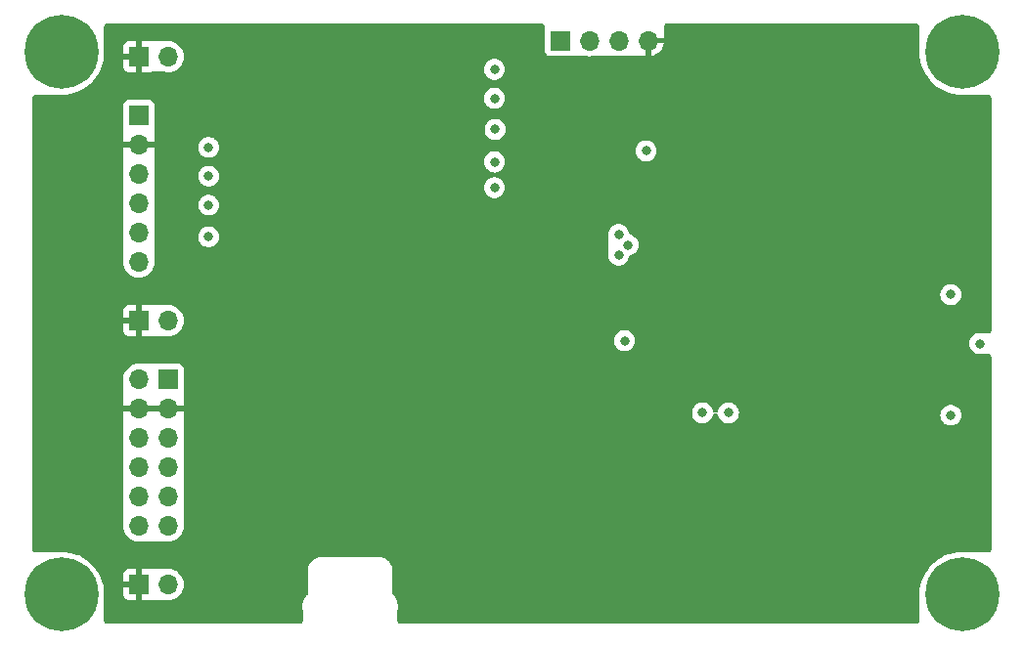
<source format=gbr>
%TF.GenerationSoftware,KiCad,Pcbnew,7.0.10*%
%TF.CreationDate,2024-02-02T00:24:17+07:00*%
%TF.ProjectId,PICO_ADC_Test,5049434f-5f41-4444-935f-546573742e6b,R0.1*%
%TF.SameCoordinates,PX72ade90PY75c75e0*%
%TF.FileFunction,Copper,L2,Inr*%
%TF.FilePolarity,Positive*%
%FSLAX46Y46*%
G04 Gerber Fmt 4.6, Leading zero omitted, Abs format (unit mm)*
G04 Created by KiCad (PCBNEW 7.0.10) date 2024-02-02 00:24:17*
%MOMM*%
%LPD*%
G01*
G04 APERTURE LIST*
%TA.AperFunction,ComponentPad*%
%ADD10R,1.700000X1.700000*%
%TD*%
%TA.AperFunction,ComponentPad*%
%ADD11O,1.700000X1.700000*%
%TD*%
%TA.AperFunction,ComponentPad*%
%ADD12C,0.800000*%
%TD*%
%TA.AperFunction,ComponentPad*%
%ADD13C,6.400000*%
%TD*%
%TA.AperFunction,ViaPad*%
%ADD14C,0.800000*%
%TD*%
G04 APERTURE END LIST*
D10*
%TO.N,+5V*%
%TO.C,J4*%
X46700000Y51500000D03*
D11*
%TO.N,SWCLK*%
X49240000Y51500000D03*
%TO.N,SWDIO*%
X51780000Y51500000D03*
%TO.N,GND*%
X54320000Y51500000D03*
%TD*%
D10*
%TO.N,GND*%
%TO.C,J2*%
X10210000Y27250000D03*
D11*
%TO.N,+5V*%
X12750000Y27250000D03*
%TD*%
D12*
%TO.N,N/C*%
%TO.C,REF\u002A\u002A*%
X79100000Y3500000D03*
X79802944Y5197056D03*
X79802944Y1802944D03*
X81500000Y5900000D03*
D13*
X81500000Y3500000D03*
D12*
X81500000Y1100000D03*
X83197056Y5197056D03*
X83197056Y1802944D03*
X83900000Y3500000D03*
%TD*%
D10*
%TO.N,+3.3V*%
%TO.C,J3*%
X10210000Y45030000D03*
D11*
%TO.N,GND*%
X10210000Y42490000D03*
%TO.N,GPIO17*%
X10210000Y39950000D03*
%TO.N,GPIO16*%
X10210000Y37410000D03*
%TO.N,GPIO12*%
X10210000Y34870000D03*
%TO.N,GPIO11*%
X10210000Y32330000D03*
%TD*%
D12*
%TO.N,N/C*%
%TO.C,REF\u002A\u002A*%
X1100000Y3500000D03*
X1802944Y5197056D03*
X1802944Y1802944D03*
X3500000Y5900000D03*
D13*
X3500000Y3500000D03*
D12*
X3500000Y1100000D03*
X5197056Y5197056D03*
X5197056Y1802944D03*
X5900000Y3500000D03*
%TD*%
%TO.N,N/C*%
%TO.C,REF\u002A\u002A*%
X1100000Y50500000D03*
X1802944Y52197056D03*
X1802944Y48802944D03*
X3500000Y52900000D03*
D13*
X3500000Y50500000D03*
D12*
X3500000Y48100000D03*
X5197056Y52197056D03*
X5197056Y48802944D03*
X5900000Y50500000D03*
%TD*%
D10*
%TO.N,GND*%
%TO.C,J5*%
X10210000Y50120000D03*
D11*
%TO.N,+5V*%
X12750000Y50120000D03*
%TD*%
D10*
%TO.N,GND*%
%TO.C,J7*%
X10210000Y4390000D03*
D11*
%TO.N,+5V*%
X12750000Y4390000D03*
%TD*%
D12*
%TO.N,N/C*%
%TO.C,REF\u002A\u002A*%
X79100000Y50500000D03*
X79802944Y52197056D03*
X79802944Y48802944D03*
X81500000Y52900000D03*
D13*
X81500000Y50500000D03*
D12*
X81500000Y48100000D03*
X83197056Y52197056D03*
X83197056Y48802944D03*
X83900000Y50500000D03*
%TD*%
D10*
%TO.N,+3.3V*%
%TO.C,J6*%
X12750000Y22170000D03*
D11*
X10210000Y22170000D03*
%TO.N,GND*%
X12750000Y19630000D03*
X10210000Y19630000D03*
%TO.N,GPIO21*%
X12750000Y17090000D03*
%TO.N,GPIO28*%
X10210000Y17090000D03*
%TO.N,GPIO20*%
X12750000Y14550000D03*
%TO.N,GPIO27*%
X10210000Y14550000D03*
%TO.N,GPIO19*%
X12750000Y12010000D03*
%TO.N,GPIO26*%
X10210000Y12010000D03*
%TO.N,GPIO18*%
X12750000Y9470000D03*
%TO.N,GPIO22*%
X10210000Y9470000D03*
%TD*%
D14*
%TO.N,GND*%
X59500000Y13000000D03*
X1500000Y10690000D03*
X83500000Y38630000D03*
X63500000Y42250000D03*
X56500000Y32500000D03*
X57250000Y16000000D03*
X83500000Y28470000D03*
X83500000Y41170000D03*
X21750000Y50000000D03*
X74500000Y26750000D03*
X52750000Y27500000D03*
X70040000Y1500000D03*
X59250000Y16000000D03*
X26000000Y28500000D03*
X1500000Y38630000D03*
X66000000Y7000000D03*
X30750000Y10500000D03*
X60250000Y52500000D03*
X63750000Y44250000D03*
X77750000Y48250000D03*
X49500000Y17250000D03*
X72580000Y1500000D03*
X30750000Y33500000D03*
X61250000Y17750000D03*
X45250000Y32250000D03*
X42750000Y34750000D03*
X74250000Y37500000D03*
X64000000Y52500000D03*
X55750000Y3000000D03*
X66750000Y29750000D03*
X83500000Y31010000D03*
X1500000Y33550000D03*
X1500000Y23390000D03*
X64000000Y50750000D03*
X83500000Y43710000D03*
X21750000Y1500000D03*
X74250000Y40500000D03*
X51250000Y9500000D03*
X71500000Y45750000D03*
X35250000Y46250000D03*
X83500000Y17500000D03*
X49500000Y1500000D03*
X73000000Y16750000D03*
X26250000Y20750000D03*
X52750000Y5750000D03*
X58150000Y6000000D03*
X69500000Y11750000D03*
X21750000Y20750000D03*
X35000000Y1500000D03*
X43000000Y37250000D03*
X66000000Y9250000D03*
X1500000Y46250000D03*
X83500000Y33550000D03*
X30750000Y46250000D03*
X51250000Y15512500D03*
X78250000Y18750000D03*
X77250000Y1500000D03*
X78000000Y7750000D03*
X76750000Y46500000D03*
X56750000Y52500000D03*
X30750000Y37500000D03*
X1500000Y31010000D03*
X63750000Y29750000D03*
X57250000Y7912500D03*
X54500000Y48500000D03*
X1500000Y13230000D03*
X58150000Y3750000D03*
X61500000Y11250000D03*
X81000000Y25250000D03*
X51000000Y3000000D03*
X1500000Y25930000D03*
X26000000Y23750000D03*
X50500000Y45250000D03*
X21750000Y38670000D03*
X1500000Y8150000D03*
X50250000Y5750000D03*
X71250000Y29750000D03*
X1500000Y20850000D03*
X75750000Y18750000D03*
X21750000Y47000000D03*
X68250000Y29750000D03*
X75120000Y1500000D03*
X56500000Y34000000D03*
X21750000Y33590000D03*
X66000000Y2500000D03*
X55300000Y17700000D03*
X21750000Y23750000D03*
X83500000Y36090000D03*
X61500000Y13000000D03*
X63750000Y46250000D03*
X57250000Y13000000D03*
X66250000Y42250000D03*
X77000000Y33500000D03*
X26250000Y10500000D03*
X48750000Y25250000D03*
X52750000Y30000000D03*
X30750000Y40750000D03*
X55500000Y5750000D03*
X83500000Y46250000D03*
X30750000Y28500000D03*
X35000000Y5510000D03*
X26000000Y40500000D03*
X76500000Y25000000D03*
X44950000Y37250000D03*
X51250000Y12512500D03*
X83500000Y14960000D03*
X1500000Y15770000D03*
X52750000Y1500000D03*
X64000000Y48750000D03*
X1500000Y36090000D03*
X50500000Y25250000D03*
X79500000Y27250000D03*
X65500000Y11750000D03*
X35000000Y15670000D03*
X73000000Y18750000D03*
X21750000Y5510000D03*
X69750000Y29750000D03*
X71500000Y42000000D03*
X60250000Y43250000D03*
X47000000Y29850000D03*
X47000000Y18250000D03*
X35000000Y10590000D03*
X21750000Y10590000D03*
X54750000Y45250000D03*
X83500000Y7750000D03*
X83500000Y12420000D03*
X52750000Y8250000D03*
X80250000Y46500000D03*
X56500000Y42500000D03*
X30750000Y15750000D03*
X21750000Y43750000D03*
X83500000Y9880000D03*
X21750000Y15670000D03*
X59750000Y1500000D03*
X55750000Y1500000D03*
X80750000Y7750000D03*
X77250000Y52500000D03*
X35000000Y20750000D03*
X30750000Y20750000D03*
X71750000Y26750000D03*
X47000000Y25250000D03*
X56500000Y38500000D03*
X1500000Y28470000D03*
X72000000Y13750000D03*
X66000000Y4750000D03*
X63000000Y17750000D03*
X1500000Y18310000D03*
X52750000Y9500000D03*
X57250000Y17750000D03*
X77000000Y35500000D03*
X73250000Y46500000D03*
X21750000Y28510000D03*
X1500000Y41170000D03*
X61250000Y16000000D03*
X67500000Y1500000D03*
X59250000Y17750000D03*
X1500000Y43710000D03*
X26250000Y15750000D03*
X51250000Y8250000D03*
X65250000Y29750000D03*
X61500000Y28500000D03*
X28500000Y48550000D03*
X56500000Y35500000D03*
X35000000Y23750000D03*
X26000000Y33500000D03*
X43750000Y39400000D03*
%TO.N,+3.3V*%
X54112500Y41937500D03*
X52250000Y25500000D03*
%TO.N,5VVGA*%
X59000000Y19250000D03*
X61250000Y19250000D03*
X80500000Y19050000D03*
%TO.N,+5V*%
X83000000Y25250000D03*
X80500000Y29500000D03*
%TO.N,GPIO21*%
X16250000Y34500000D03*
%TO.N,GPIO18*%
X16250000Y42250000D03*
%TO.N,GPIO19*%
X16250000Y39750000D03*
%TO.N,GPIO11*%
X41000000Y38750000D03*
%TO.N,GPIO12*%
X41000000Y41000000D03*
%TO.N,GPIO20*%
X16250000Y37250000D03*
%TO.N,CS*%
X41050000Y43800000D03*
X51750000Y34700000D03*
%TO.N,SCLK*%
X52550000Y33800000D03*
X41000000Y46500000D03*
%TO.N,MOSI*%
X51750000Y32900000D03*
X40995000Y49000000D03*
%TD*%
%TA.AperFunction,Conductor*%
%TO.N,GND*%
G36*
X12290507Y19839844D02*
G01*
X12250000Y19701889D01*
X12250000Y19558111D01*
X12290507Y19420156D01*
X12316314Y19380000D01*
X10643686Y19380000D01*
X10669493Y19420156D01*
X10710000Y19558111D01*
X10710000Y19701889D01*
X10669493Y19839844D01*
X10643686Y19880000D01*
X12316314Y19880000D01*
X12290507Y19839844D01*
G37*
%TD.AperFunction*%
%TA.AperFunction,Conductor*%
G36*
X45196288Y52981046D02*
G01*
X45277070Y52927070D01*
X45331046Y52846288D01*
X45350000Y52751000D01*
X45350000Y52413867D01*
X45349643Y52400536D01*
X45349500Y52397869D01*
X45349500Y50602135D01*
X45349500Y50602132D01*
X45349501Y50602128D01*
X45351486Y50583667D01*
X45355908Y50542520D01*
X45355909Y50542516D01*
X45385981Y50461890D01*
X45406204Y50407669D01*
X45492454Y50292454D01*
X45607669Y50206204D01*
X45742517Y50155909D01*
X45802127Y50149500D01*
X47597872Y50149501D01*
X47597879Y50149502D01*
X47600513Y50149643D01*
X47613846Y50150000D01*
X49101098Y50150000D01*
X49163279Y50137632D01*
X49229151Y50143394D01*
X49229207Y50143397D01*
X49239998Y50144342D01*
X49240000Y50144341D01*
X49293847Y50149053D01*
X49315548Y50150000D01*
X51704452Y50150000D01*
X51726152Y50149053D01*
X51745999Y50147316D01*
X51779997Y50144341D01*
X51780000Y50144341D01*
X51780003Y50144341D01*
X51814000Y50147316D01*
X51833847Y50149053D01*
X51855548Y50150000D01*
X54055165Y50150000D01*
X54070000Y50165287D01*
X54070000Y51064499D01*
X54177685Y51015320D01*
X54284237Y51000000D01*
X54355763Y51000000D01*
X54462315Y51015320D01*
X54570000Y51064499D01*
X54570000Y50169365D01*
X54783488Y50226569D01*
X54997576Y50326400D01*
X55191076Y50461890D01*
X55358110Y50628924D01*
X55493600Y50822424D01*
X55593433Y51036515D01*
X55593433Y51036517D01*
X55650636Y51249999D01*
X55650636Y51250000D01*
X54753686Y51250000D01*
X54779493Y51290156D01*
X54820000Y51428111D01*
X54820000Y51571889D01*
X54779493Y51709844D01*
X54753686Y51750000D01*
X55650636Y51750000D01*
X55654045Y51754444D01*
X55650000Y51785164D01*
X55650000Y52751000D01*
X55668954Y52846288D01*
X55722930Y52927070D01*
X55803712Y52981046D01*
X55899000Y53000000D01*
X77551000Y53000000D01*
X77646288Y52981046D01*
X77727070Y52927070D01*
X77781046Y52846288D01*
X77800000Y52751000D01*
X77800000Y50612959D01*
X77799659Y50599928D01*
X77794422Y50500000D01*
X77814722Y50112662D01*
X77814722Y50112657D01*
X77814723Y50112655D01*
X77854558Y49861142D01*
X77875398Y49729567D01*
X77975786Y49354914D01*
X78114786Y48992805D01*
X78290872Y48647216D01*
X78290875Y48647211D01*
X78502124Y48321915D01*
X78682233Y48099500D01*
X78746219Y48020484D01*
X79020484Y47746219D01*
X79020489Y47746215D01*
X79020490Y47746214D01*
X79321914Y47502125D01*
X79321916Y47502124D01*
X79647211Y47290875D01*
X79992806Y47114786D01*
X80354913Y46975786D01*
X80729567Y46875398D01*
X81112662Y46814722D01*
X81500000Y46794422D01*
X81599926Y46799659D01*
X81612957Y46800000D01*
X83751000Y46800000D01*
X83846288Y46781046D01*
X83927070Y46727070D01*
X83981046Y46646288D01*
X84000000Y46551000D01*
X84000000Y26399000D01*
X83981046Y26303712D01*
X83927070Y26222930D01*
X83846288Y26168954D01*
X83751000Y26150000D01*
X83112453Y26150000D01*
X83102917Y26150500D01*
X83094646Y26150500D01*
X82905354Y26150500D01*
X82720203Y26111146D01*
X82720189Y26111142D01*
X82547271Y26034153D01*
X82394126Y25922886D01*
X82267469Y25782220D01*
X82172822Y25618286D01*
X82114325Y25438256D01*
X82094540Y25250000D01*
X82114325Y25061745D01*
X82143573Y24971730D01*
X82172821Y24881716D01*
X82172822Y24881715D01*
X82267469Y24717781D01*
X82394126Y24577115D01*
X82394129Y24577112D01*
X82508984Y24493665D01*
X82547271Y24465848D01*
X82720189Y24388859D01*
X82720192Y24388858D01*
X82720197Y24388856D01*
X82905354Y24349500D01*
X83102917Y24349500D01*
X83112453Y24350000D01*
X83751000Y24350000D01*
X83846288Y24331046D01*
X83927070Y24277070D01*
X83981046Y24196288D01*
X84000000Y24101000D01*
X84000000Y7449000D01*
X83981046Y7353712D01*
X83927070Y7272930D01*
X83846288Y7218954D01*
X83751000Y7200000D01*
X81612957Y7200000D01*
X81599926Y7200341D01*
X81500000Y7205578D01*
X81112662Y7185278D01*
X81112656Y7185278D01*
X81112654Y7185277D01*
X80729571Y7124603D01*
X80354913Y7024214D01*
X79992804Y6885214D01*
X79647215Y6709128D01*
X79647210Y6709125D01*
X79321914Y6497876D01*
X79020490Y6253787D01*
X78746213Y5979510D01*
X78502124Y5678086D01*
X78290875Y5352790D01*
X78290872Y5352785D01*
X78114786Y5007196D01*
X77980601Y4657630D01*
X77975786Y4645087D01*
X77876548Y4274723D01*
X77875397Y4270429D01*
X77814723Y3887346D01*
X77814722Y3887338D01*
X77798736Y3582313D01*
X77794422Y3500000D01*
X77799659Y3400074D01*
X77800000Y3387043D01*
X77800000Y1249000D01*
X77781046Y1153712D01*
X77727070Y1072930D01*
X77646288Y1018954D01*
X77551000Y1000000D01*
X32849000Y1000000D01*
X32753712Y1018954D01*
X32672930Y1072930D01*
X32618954Y1153712D01*
X32600000Y1249000D01*
X32600000Y2193690D01*
X32607621Y2254821D01*
X32611132Y2268688D01*
X32611134Y2268695D01*
X32617675Y2347645D01*
X32618834Y2358638D01*
X32629298Y2440346D01*
X32628624Y2456209D01*
X32629251Y2487346D01*
X32630300Y2500000D01*
X32623455Y2582599D01*
X32622831Y2592574D01*
X32620760Y2641328D01*
X32619180Y2678532D01*
X32616616Y2690429D01*
X32611878Y2722320D01*
X32611134Y2731305D01*
X32589868Y2815277D01*
X32587862Y2823842D01*
X32568954Y2911581D01*
X32565799Y2919433D01*
X32555459Y2951159D01*
X32554158Y2956295D01*
X32554157Y2956300D01*
X32524427Y3024078D01*
X32517903Y3038952D01*
X32514887Y3046131D01*
X32480065Y3132787D01*
X32480064Y3132790D01*
X32477565Y3136848D01*
X32461570Y3167376D01*
X32460924Y3168849D01*
X32409550Y3247484D01*
X32405976Y3253119D01*
X32355073Y3335790D01*
X32355072Y3335792D01*
X32354369Y3336590D01*
X32340331Y3355049D01*
X32340304Y3355027D01*
X32333982Y3363150D01*
X32311987Y3387043D01*
X32267830Y3435010D01*
X32264149Y3439101D01*
X32212082Y3498261D01*
X32163356Y3582313D01*
X32150000Y3662768D01*
X32150000Y5237418D01*
X32158485Y5301866D01*
X32161207Y5312023D01*
X32161768Y5318437D01*
X32167064Y5352143D01*
X32167748Y5355144D01*
X32169191Y5361463D01*
X32172813Y5442132D01*
X32173510Y5452660D01*
X32180277Y5530000D01*
X32179388Y5540153D01*
X32178692Y5573020D01*
X32179290Y5586330D01*
X32168950Y5662654D01*
X32167647Y5674354D01*
X32166860Y5683354D01*
X32161207Y5747977D01*
X32157599Y5761439D01*
X32151366Y5792470D01*
X32149075Y5809387D01*
X32126429Y5879080D01*
X32122733Y5891560D01*
X32104576Y5959326D01*
X32104575Y5959330D01*
X32097090Y5975381D01*
X32085953Y6003654D01*
X32079517Y6023464D01*
X32046566Y6084697D01*
X32040170Y6097447D01*
X32012103Y6157636D01*
X32012099Y6157642D01*
X31999802Y6175204D01*
X31984498Y6200038D01*
X31972855Y6221675D01*
X31972852Y6221681D01*
X31931837Y6273112D01*
X31922544Y6285540D01*
X31886597Y6336879D01*
X31868768Y6354708D01*
X31850164Y6375526D01*
X31832508Y6397666D01*
X31822572Y6406347D01*
X31785786Y6438486D01*
X31773558Y6449918D01*
X31731876Y6491599D01*
X31731877Y6491599D01*
X31708162Y6508203D01*
X31687154Y6524658D01*
X31662996Y6545765D01*
X31662994Y6545767D01*
X31612952Y6575665D01*
X31597850Y6585445D01*
X31552639Y6617102D01*
X31552637Y6617103D01*
X31552635Y6617105D01*
X31522997Y6630925D01*
X31500523Y6642838D01*
X31469763Y6661216D01*
X31418690Y6680384D01*
X31400953Y6687835D01*
X31354332Y6709575D01*
X31319110Y6719013D01*
X31296073Y6726403D01*
X31259028Y6740306D01*
X31259019Y6740308D01*
X31209020Y6749383D01*
X31189054Y6753862D01*
X31142977Y6766207D01*
X31142976Y6766208D01*
X31142969Y6766209D01*
X31102928Y6769712D01*
X31080179Y6772764D01*
X31072984Y6774070D01*
X31037547Y6780500D01*
X31037544Y6780500D01*
X30990479Y6780500D01*
X30968780Y6781447D01*
X30941937Y6783796D01*
X30925000Y6785277D01*
X30924999Y6785277D01*
X30877284Y6781103D01*
X30870692Y6780667D01*
X30814936Y6775650D01*
X30814326Y6775596D01*
X30703864Y6765931D01*
X30700815Y6765378D01*
X30690544Y6762544D01*
X30677603Y6758972D01*
X30611365Y6750000D01*
X26386244Y6750000D01*
X26321801Y6758484D01*
X26296071Y6765378D01*
X26292977Y6766207D01*
X26292976Y6766208D01*
X26292973Y6766208D01*
X26252928Y6769712D01*
X26230179Y6772764D01*
X26222984Y6774070D01*
X26187547Y6780500D01*
X26187544Y6780500D01*
X26140479Y6780500D01*
X26118780Y6781447D01*
X26091937Y6783796D01*
X26075000Y6785277D01*
X26074999Y6785277D01*
X26027284Y6781103D01*
X26020692Y6780667D01*
X25964936Y6775650D01*
X25964326Y6775596D01*
X25853864Y6765931D01*
X25850815Y6765378D01*
X25747774Y6736941D01*
X25745980Y6736454D01*
X25645622Y6709564D01*
X25639250Y6707528D01*
X25633832Y6705495D01*
X25540888Y6660737D01*
X25538093Y6659413D01*
X25447355Y6617100D01*
X25440704Y6613260D01*
X25435593Y6610559D01*
X25431032Y6607833D01*
X25350606Y6549401D01*
X25347072Y6546880D01*
X25268123Y6491600D01*
X25259803Y6484617D01*
X25259432Y6485059D01*
X25257145Y6483105D01*
X25257343Y6482879D01*
X25248920Y6475520D01*
X25182782Y6406347D01*
X25178881Y6402358D01*
X25113402Y6336878D01*
X25106416Y6328552D01*
X25106229Y6328709D01*
X25099189Y6320126D01*
X25093369Y6312828D01*
X25071160Y6279182D01*
X25042707Y6236080D01*
X25038888Y6230463D01*
X24987900Y6157644D01*
X24985052Y6152710D01*
X24970504Y6126694D01*
X24969364Y6124968D01*
X24934687Y6043839D01*
X24931398Y6036477D01*
X24895423Y5959328D01*
X24895423Y5959326D01*
X24894725Y5956721D01*
X24883189Y5923354D01*
X24880897Y5917992D01*
X24862094Y5835615D01*
X24859855Y5826587D01*
X24838794Y5747981D01*
X24838791Y5747968D01*
X24838230Y5741550D01*
X24832940Y5707874D01*
X24830809Y5698536D01*
X24830807Y5698525D01*
X24827186Y5617885D01*
X24826490Y5607359D01*
X24819723Y5530000D01*
X24819723Y5529997D01*
X24820611Y5519838D01*
X24821307Y5487001D01*
X24820709Y5473681D01*
X24820710Y5473670D01*
X24831048Y5397344D01*
X24832353Y5385626D01*
X24838791Y5312030D01*
X24838793Y5312023D01*
X24841517Y5301855D01*
X24850000Y5237417D01*
X24850000Y3660169D01*
X24831046Y3564881D01*
X24784179Y3491508D01*
X24779567Y3486499D01*
X24768683Y3475395D01*
X24719883Y3428623D01*
X24701643Y3403962D01*
X24684653Y3383394D01*
X24666021Y3363154D01*
X24666017Y3363149D01*
X24628770Y3306138D01*
X24620515Y3294271D01*
X24578125Y3236954D01*
X24578115Y3236938D01*
X24565974Y3212859D01*
X24552102Y3188789D01*
X24539076Y3168850D01*
X24539075Y3168848D01*
X24510226Y3103082D01*
X24504541Y3091012D01*
X24470793Y3024078D01*
X24463976Y3001817D01*
X24453924Y2974724D01*
X24445843Y2956301D01*
X24427302Y2883091D01*
X24424010Y2871315D01*
X24400983Y2796123D01*
X24400983Y2796122D01*
X24398497Y2776710D01*
X24392898Y2747231D01*
X24388865Y2731307D01*
X24388865Y2731304D01*
X24382326Y2652391D01*
X24381160Y2641328D01*
X24370702Y2559662D01*
X24370702Y2559658D01*
X24371375Y2543781D01*
X24370750Y2512681D01*
X24369700Y2500001D01*
X24376541Y2417428D01*
X24377167Y2407440D01*
X24380819Y2321470D01*
X24383385Y2309565D01*
X24388120Y2277690D01*
X24388865Y2268695D01*
X24392380Y2254818D01*
X24400000Y2193689D01*
X24400000Y1249000D01*
X24381046Y1153712D01*
X24327070Y1072930D01*
X24246288Y1018954D01*
X24151000Y1000000D01*
X7449000Y1000000D01*
X7353712Y1018954D01*
X7272930Y1072930D01*
X7218954Y1153712D01*
X7200000Y1249000D01*
X7200000Y3387043D01*
X7200341Y3400074D01*
X7201837Y3428623D01*
X7205168Y3492168D01*
X8860000Y3492168D01*
X8866401Y3432629D01*
X8866403Y3432622D01*
X8916646Y3297913D01*
X9002810Y3182813D01*
X9002812Y3182811D01*
X9117912Y3096647D01*
X9252621Y3046404D01*
X9252628Y3046402D01*
X9312167Y3040001D01*
X9312175Y3040000D01*
X9959999Y3040000D01*
X9960000Y3040001D01*
X9960000Y3954499D01*
X10067685Y3905320D01*
X10174237Y3890000D01*
X10245763Y3890000D01*
X10352315Y3905320D01*
X10460000Y3954499D01*
X10460000Y3040001D01*
X10460001Y3040000D01*
X11107825Y3040000D01*
X11107832Y3040001D01*
X11182862Y3048067D01*
X11183012Y3046667D01*
X11211621Y3050000D01*
X12560154Y3050000D01*
X12581855Y3049053D01*
X12593115Y3048067D01*
X12749996Y3034341D01*
X12750000Y3034341D01*
X12750005Y3034341D01*
X12985401Y3054936D01*
X12985403Y3054937D01*
X12985408Y3054937D01*
X13213663Y3116097D01*
X13427830Y3215965D01*
X13621401Y3351505D01*
X13788495Y3518599D01*
X13924035Y3712170D01*
X14023903Y3926337D01*
X14085063Y4154592D01*
X14092911Y4244288D01*
X14105659Y4389995D01*
X14105659Y4390006D01*
X14085064Y4625402D01*
X14085063Y4625405D01*
X14085063Y4625408D01*
X14023903Y4853663D01*
X13973126Y4962554D01*
X13924038Y5067823D01*
X13924034Y5067831D01*
X13844839Y5180933D01*
X13788495Y5261401D01*
X13621401Y5428495D01*
X13556884Y5473670D01*
X13427830Y5564035D01*
X13213663Y5663903D01*
X13213660Y5663904D01*
X13141070Y5683354D01*
X12985408Y5725063D01*
X12985404Y5725064D01*
X12985402Y5725064D01*
X12967642Y5726618D01*
X12887426Y5750000D01*
X12750000Y5750000D01*
X11100000Y5750000D01*
X11070265Y5750000D01*
X11062952Y5746662D01*
X11005741Y5740000D01*
X10460001Y5740000D01*
X10460000Y5739999D01*
X10460000Y4825502D01*
X10352315Y4874680D01*
X10245763Y4890000D01*
X10174237Y4890000D01*
X10067685Y4874680D01*
X9960000Y4825502D01*
X9960000Y5739999D01*
X9959999Y5740000D01*
X9312167Y5740000D01*
X9252628Y5733599D01*
X9252621Y5733597D01*
X9117912Y5683354D01*
X9002812Y5597190D01*
X9002810Y5597188D01*
X8916646Y5482088D01*
X8866403Y5347379D01*
X8866401Y5347372D01*
X8860000Y5287833D01*
X8860000Y4640001D01*
X8860001Y4640000D01*
X9776314Y4640000D01*
X9750507Y4599844D01*
X9710000Y4461889D01*
X9710000Y4318111D01*
X9750507Y4180156D01*
X9776314Y4140000D01*
X8860001Y4140000D01*
X8860000Y4139999D01*
X8860000Y3492168D01*
X7205168Y3492168D01*
X7205578Y3500000D01*
X7185278Y3887338D01*
X7124602Y4270433D01*
X7024214Y4645087D01*
X6885214Y5007194D01*
X6709125Y5352789D01*
X6557458Y5586336D01*
X6497875Y5678086D01*
X6253786Y5979510D01*
X6253785Y5979511D01*
X6253781Y5979516D01*
X5979516Y6253781D01*
X5955648Y6273109D01*
X5678085Y6497876D01*
X5352789Y6709125D01*
X5352784Y6709128D01*
X5007195Y6885214D01*
X4826140Y6954714D01*
X4645087Y7024214D01*
X4270433Y7124602D01*
X4270429Y7124603D01*
X4270428Y7124603D01*
X3887344Y7185277D01*
X3887345Y7185277D01*
X3887343Y7185278D01*
X3887338Y7185278D01*
X3500000Y7205578D01*
X3499999Y7205578D01*
X3400074Y7200341D01*
X3387043Y7200000D01*
X1249000Y7200000D01*
X1153712Y7218954D01*
X1072930Y7272930D01*
X1018954Y7353712D01*
X1000000Y7449000D01*
X1000000Y12177500D01*
X8839684Y12177500D01*
X8849052Y12070439D01*
X8850000Y12048736D01*
X8850000Y11971277D01*
X8849052Y11949573D01*
X8841670Y11865214D01*
X8850000Y11816090D01*
X8850000Y9412599D01*
X8864573Y9353043D01*
X8874936Y9234599D01*
X8874937Y9234592D01*
X8936097Y9006337D01*
X9035965Y8792170D01*
X9171505Y8598599D01*
X9338599Y8431505D01*
X9532170Y8295965D01*
X9746337Y8196097D01*
X9974592Y8134937D01*
X9974595Y8134937D01*
X9974598Y8134936D01*
X10209995Y8114341D01*
X10210000Y8114341D01*
X10210005Y8114341D01*
X10445401Y8134936D01*
X10445402Y8134937D01*
X10445408Y8134937D01*
X10467449Y8140843D01*
X10469962Y8141516D01*
X10534405Y8150000D01*
X12425595Y8150000D01*
X12490038Y8141516D01*
X12493139Y8140686D01*
X12514592Y8134937D01*
X12514596Y8134937D01*
X12514598Y8134936D01*
X12749995Y8114341D01*
X12750000Y8114341D01*
X12750005Y8114341D01*
X12985401Y8134936D01*
X12985403Y8134937D01*
X12985408Y8134937D01*
X13213663Y8196097D01*
X13427830Y8295965D01*
X13621401Y8431505D01*
X13788495Y8598599D01*
X13924035Y8792170D01*
X14023903Y9006337D01*
X14085063Y9234592D01*
X14093406Y9329957D01*
X14112252Y9394613D01*
X14106606Y9459152D01*
X14106603Y9459209D01*
X14100948Y9523847D01*
X14100000Y9545550D01*
X14100000Y11934452D01*
X14100948Y11956156D01*
X14105659Y12009998D01*
X14105659Y12010004D01*
X14100948Y12063847D01*
X14100000Y12085550D01*
X14100000Y14474452D01*
X14100948Y14496156D01*
X14105659Y14549998D01*
X14105659Y14550004D01*
X14100948Y14603847D01*
X14100000Y14625550D01*
X14100000Y17014452D01*
X14100948Y17036156D01*
X14105659Y17089998D01*
X14105659Y17090004D01*
X14100948Y17143847D01*
X14100000Y17165550D01*
X14100000Y19250000D01*
X58094540Y19250000D01*
X58114325Y19061745D01*
X58143573Y18971730D01*
X58172821Y18881716D01*
X58267467Y18717784D01*
X58267469Y18717781D01*
X58394126Y18577115D01*
X58394129Y18577112D01*
X58495961Y18503127D01*
X58547271Y18465848D01*
X58720189Y18388859D01*
X58720192Y18388858D01*
X58720197Y18388856D01*
X58905354Y18349500D01*
X59094645Y18349500D01*
X59094646Y18349500D01*
X59279803Y18388856D01*
X59312793Y18403544D01*
X59452728Y18465848D01*
X59452728Y18465849D01*
X59452730Y18465849D01*
X59605871Y18577112D01*
X59732533Y18717784D01*
X59827179Y18881716D01*
X59885674Y19061744D01*
X59885674Y19061745D01*
X59888187Y19069478D01*
X59935660Y19154246D01*
X60011958Y19214393D01*
X60105465Y19240765D01*
X60201946Y19229345D01*
X60286714Y19181872D01*
X60346861Y19105574D01*
X60361813Y19069478D01*
X60422821Y18881716D01*
X60517469Y18717781D01*
X60644126Y18577115D01*
X60644129Y18577112D01*
X60745961Y18503127D01*
X60797271Y18465848D01*
X60970189Y18388859D01*
X60970192Y18388858D01*
X60970197Y18388856D01*
X61155354Y18349500D01*
X61344645Y18349500D01*
X61344646Y18349500D01*
X61529803Y18388856D01*
X61562793Y18403544D01*
X61702728Y18465848D01*
X61702728Y18465849D01*
X61702730Y18465849D01*
X61855871Y18577112D01*
X61982533Y18717784D01*
X62077179Y18881716D01*
X62131858Y19050000D01*
X79594540Y19050000D01*
X79614325Y18861745D01*
X79634779Y18798797D01*
X79672821Y18681716D01*
X79767467Y18517784D01*
X79767469Y18517781D01*
X79894126Y18377115D01*
X79894129Y18377112D01*
X79991440Y18306412D01*
X80047271Y18265848D01*
X80220189Y18188859D01*
X80220192Y18188858D01*
X80220197Y18188856D01*
X80405354Y18149500D01*
X80594645Y18149500D01*
X80594646Y18149500D01*
X80779803Y18188856D01*
X80864395Y18226519D01*
X80952728Y18265848D01*
X80952728Y18265849D01*
X80952730Y18265849D01*
X81105871Y18377112D01*
X81232533Y18517784D01*
X81327179Y18681716D01*
X81385674Y18861744D01*
X81405460Y19050000D01*
X81385674Y19238256D01*
X81327179Y19418284D01*
X81232533Y19582216D01*
X81232531Y19582219D01*
X81232530Y19582220D01*
X81105873Y19722886D01*
X81105872Y19722887D01*
X81105871Y19722888D01*
X81024207Y19782220D01*
X80952728Y19834153D01*
X80779810Y19911142D01*
X80779796Y19911146D01*
X80594646Y19950500D01*
X80405354Y19950500D01*
X80220203Y19911146D01*
X80220189Y19911142D01*
X80047271Y19834153D01*
X79894126Y19722886D01*
X79767469Y19582220D01*
X79673902Y19420156D01*
X79672821Y19418284D01*
X79660382Y19380000D01*
X79614325Y19238256D01*
X79594540Y19050000D01*
X62131858Y19050000D01*
X62135674Y19061744D01*
X62155460Y19250000D01*
X62135674Y19438256D01*
X62077179Y19618284D01*
X61982533Y19782216D01*
X61982531Y19782219D01*
X61982530Y19782220D01*
X61855873Y19922886D01*
X61855872Y19922887D01*
X61855871Y19922888D01*
X61779300Y19978520D01*
X61702728Y20034153D01*
X61529810Y20111142D01*
X61529796Y20111146D01*
X61344646Y20150500D01*
X61155354Y20150500D01*
X60970203Y20111146D01*
X60970189Y20111142D01*
X60797271Y20034153D01*
X60644126Y19922886D01*
X60517469Y19782220D01*
X60517467Y19782216D01*
X60422821Y19618284D01*
X60370190Y19456306D01*
X60361813Y19430522D01*
X60314340Y19345755D01*
X60238042Y19285608D01*
X60144535Y19259236D01*
X60048053Y19270656D01*
X59963286Y19318129D01*
X59903139Y19394427D01*
X59888187Y19430522D01*
X59885674Y19438256D01*
X59827179Y19618284D01*
X59732533Y19782216D01*
X59732531Y19782219D01*
X59732530Y19782220D01*
X59605873Y19922886D01*
X59605872Y19922887D01*
X59605871Y19922888D01*
X59529300Y19978520D01*
X59452728Y20034153D01*
X59279810Y20111142D01*
X59279796Y20111146D01*
X59094646Y20150500D01*
X58905354Y20150500D01*
X58720203Y20111146D01*
X58720189Y20111142D01*
X58547271Y20034153D01*
X58394126Y19922886D01*
X58267469Y19782220D01*
X58172822Y19618286D01*
X58114325Y19438256D01*
X58094540Y19250000D01*
X14100000Y19250000D01*
X14100000Y19354764D01*
X14080636Y19380000D01*
X13183686Y19380000D01*
X13209493Y19420156D01*
X13250000Y19558111D01*
X13250000Y19701889D01*
X13209493Y19839844D01*
X13183686Y19880000D01*
X14084714Y19880000D01*
X14100000Y19894834D01*
X14100000Y21256131D01*
X14100357Y21269460D01*
X14100497Y21272108D01*
X14100500Y21272127D01*
X14100499Y23067872D01*
X14094091Y23127483D01*
X14043796Y23262331D01*
X13957546Y23377546D01*
X13842331Y23463796D01*
X13735123Y23503782D01*
X13707481Y23514092D01*
X13647873Y23520500D01*
X11852134Y23520500D01*
X11852130Y23520500D01*
X11852128Y23520499D01*
X11828283Y23517936D01*
X11792514Y23514091D01*
X11777363Y23510510D01*
X11776982Y23512119D01*
X11709815Y23500000D01*
X10495908Y23500000D01*
X10452673Y23503782D01*
X10445401Y23505065D01*
X10210005Y23525659D01*
X10209995Y23525659D01*
X9974598Y23505065D01*
X9746335Y23443903D01*
X9746333Y23443902D01*
X9532177Y23344039D01*
X9532169Y23344035D01*
X9338600Y23208496D01*
X9171504Y23041400D01*
X9035965Y22847831D01*
X9035961Y22847823D01*
X8936098Y22633667D01*
X8936097Y22633665D01*
X8874935Y22405399D01*
X8874159Y22400999D01*
X8872864Y22397672D01*
X8872124Y22394907D01*
X8871820Y22394989D01*
X8850000Y22338890D01*
X8850000Y22200000D01*
X8850000Y19900000D01*
X8850001Y19900000D01*
X8870001Y19880000D01*
X9776314Y19880000D01*
X9750507Y19839844D01*
X9710000Y19701889D01*
X9710000Y19558111D01*
X9750507Y19420156D01*
X9776314Y19380000D01*
X8878244Y19380000D01*
X8865727Y19365727D01*
X8850000Y19350000D01*
X8850000Y12229357D01*
X8839684Y12177500D01*
X1000000Y12177500D01*
X1000000Y25500000D01*
X51344540Y25500000D01*
X51364325Y25311745D01*
X51384388Y25250000D01*
X51422821Y25131716D01*
X51517467Y24967784D01*
X51517469Y24967781D01*
X51594963Y24881716D01*
X51644129Y24827112D01*
X51758984Y24743665D01*
X51797271Y24715848D01*
X51970189Y24638859D01*
X51970192Y24638858D01*
X51970197Y24638856D01*
X52155354Y24599500D01*
X52344645Y24599500D01*
X52344646Y24599500D01*
X52529803Y24638856D01*
X52702730Y24715849D01*
X52855871Y24827112D01*
X52982533Y24967784D01*
X53077179Y25131716D01*
X53135674Y25311744D01*
X53155460Y25500000D01*
X53135674Y25688256D01*
X53077179Y25868284D01*
X52982533Y26032216D01*
X52982531Y26032219D01*
X52982530Y26032220D01*
X52855873Y26172886D01*
X52855872Y26172887D01*
X52855871Y26172888D01*
X52779300Y26228520D01*
X52702728Y26284153D01*
X52529810Y26361142D01*
X52529796Y26361146D01*
X52344646Y26400500D01*
X52155354Y26400500D01*
X51970203Y26361146D01*
X51970189Y26361142D01*
X51797271Y26284153D01*
X51644126Y26172886D01*
X51517469Y26032220D01*
X51422822Y25868286D01*
X51364325Y25688256D01*
X51344540Y25500000D01*
X1000000Y25500000D01*
X1000000Y26352168D01*
X8860000Y26352168D01*
X8866401Y26292629D01*
X8866403Y26292622D01*
X8916646Y26157913D01*
X9002810Y26042813D01*
X9002812Y26042811D01*
X9117912Y25956647D01*
X9252621Y25906404D01*
X9252628Y25906402D01*
X9312167Y25900001D01*
X9312175Y25900000D01*
X9959999Y25900000D01*
X9960000Y25900001D01*
X9960000Y26814499D01*
X10067685Y26765320D01*
X10174237Y26750000D01*
X10245763Y26750000D01*
X10352315Y26765320D01*
X10460000Y26814499D01*
X10460000Y25900001D01*
X10460001Y25900000D01*
X12674452Y25900000D01*
X12696152Y25899053D01*
X12715999Y25897316D01*
X12749997Y25894341D01*
X12750000Y25894341D01*
X12750005Y25894341D01*
X12985401Y25914936D01*
X12985403Y25914937D01*
X12985408Y25914937D01*
X13213663Y25976097D01*
X13427830Y26075965D01*
X13621401Y26211505D01*
X13788495Y26378599D01*
X13924035Y26572170D01*
X14023903Y26786337D01*
X14085063Y27014592D01*
X14087300Y27040156D01*
X14105659Y27249995D01*
X14105659Y27250006D01*
X14085064Y27485402D01*
X14085063Y27485405D01*
X14085063Y27485408D01*
X14023903Y27713663D01*
X13924035Y27927829D01*
X13788495Y28121401D01*
X13621401Y28288495D01*
X13544862Y28342088D01*
X13427830Y28424035D01*
X13356729Y28457190D01*
X13213663Y28523903D01*
X13213660Y28523904D01*
X12985401Y28585065D01*
X12750005Y28605659D01*
X12750004Y28605659D01*
X12750001Y28605659D01*
X12750000Y28605659D01*
X12718408Y28602896D01*
X12696140Y28600947D01*
X12674440Y28600000D01*
X10460001Y28600000D01*
X10460000Y28599999D01*
X10460000Y27685502D01*
X10352315Y27734680D01*
X10245763Y27750000D01*
X10174237Y27750000D01*
X10067685Y27734680D01*
X9960000Y27685502D01*
X9960000Y28599999D01*
X9959999Y28600000D01*
X9312167Y28600000D01*
X9252628Y28593599D01*
X9252621Y28593597D01*
X9117912Y28543354D01*
X9002812Y28457190D01*
X9002810Y28457188D01*
X8916646Y28342088D01*
X8866403Y28207379D01*
X8866401Y28207372D01*
X8860000Y28147833D01*
X8860000Y27500001D01*
X8860001Y27500000D01*
X9776314Y27500000D01*
X9750507Y27459844D01*
X9710000Y27321889D01*
X9710000Y27178111D01*
X9750507Y27040156D01*
X9776314Y27000000D01*
X8860001Y27000000D01*
X8860000Y26999999D01*
X8860000Y26352168D01*
X1000000Y26352168D01*
X1000000Y29500000D01*
X79594540Y29500000D01*
X79614325Y29311745D01*
X79643573Y29221730D01*
X79672821Y29131716D01*
X79672822Y29131715D01*
X79767469Y28967781D01*
X79894126Y28827115D01*
X79894129Y28827112D01*
X80008984Y28743665D01*
X80047271Y28715848D01*
X80220189Y28638859D01*
X80220192Y28638858D01*
X80220197Y28638856D01*
X80405354Y28599500D01*
X80594645Y28599500D01*
X80594646Y28599500D01*
X80779803Y28638856D01*
X80952730Y28715849D01*
X81105871Y28827112D01*
X81232533Y28967784D01*
X81327179Y29131716D01*
X81385674Y29311744D01*
X81405460Y29500000D01*
X81385674Y29688256D01*
X81327179Y29868284D01*
X81232533Y30032216D01*
X81232531Y30032219D01*
X81232530Y30032220D01*
X81105873Y30172886D01*
X81105872Y30172887D01*
X81105871Y30172888D01*
X81029300Y30228520D01*
X80952728Y30284153D01*
X80779810Y30361142D01*
X80779796Y30361146D01*
X80594646Y30400500D01*
X80405354Y30400500D01*
X80220203Y30361146D01*
X80220189Y30361142D01*
X80047271Y30284153D01*
X79894126Y30172886D01*
X79767469Y30032220D01*
X79672822Y29868286D01*
X79614325Y29688256D01*
X79594540Y29500000D01*
X1000000Y29500000D01*
X1000000Y32247010D01*
X8850000Y32247010D01*
X8850474Y32246292D01*
X8868000Y32173874D01*
X8873077Y32115849D01*
X8874937Y32094592D01*
X8936097Y31866337D01*
X9035965Y31652170D01*
X9171505Y31458599D01*
X9338599Y31291505D01*
X9532170Y31155965D01*
X9746337Y31056097D01*
X9974592Y30994937D01*
X9974595Y30994937D01*
X9974598Y30994936D01*
X10209995Y30974341D01*
X10210000Y30974341D01*
X10210005Y30974341D01*
X10445401Y30994936D01*
X10445403Y30994937D01*
X10445408Y30994937D01*
X10673663Y31056097D01*
X10887830Y31155965D01*
X11081401Y31291505D01*
X11248495Y31458599D01*
X11384035Y31652170D01*
X11483903Y31866337D01*
X11545063Y32094592D01*
X11552000Y32173874D01*
X11564359Y32315138D01*
X11566359Y32322001D01*
X11550948Y32498150D01*
X11550000Y32519852D01*
X11550000Y32900001D01*
X50844540Y32900001D01*
X50864325Y32711745D01*
X50893573Y32621730D01*
X50922821Y32531716D01*
X51017467Y32367784D01*
X51017469Y32367781D01*
X51126859Y32246292D01*
X51144129Y32227112D01*
X51258984Y32143665D01*
X51297271Y32115848D01*
X51470189Y32038859D01*
X51470192Y32038858D01*
X51470197Y32038856D01*
X51655354Y31999500D01*
X51844645Y31999500D01*
X51844646Y31999500D01*
X52029803Y32038856D01*
X52155003Y32094599D01*
X52202728Y32115848D01*
X52202728Y32115849D01*
X52202730Y32115849D01*
X52355871Y32227112D01*
X52482533Y32367784D01*
X52577179Y32531716D01*
X52635674Y32711744D01*
X52636743Y32721919D01*
X52665550Y32814700D01*
X52727673Y32889399D01*
X52813652Y32934638D01*
X52828156Y32938322D01*
X52829796Y32938855D01*
X52829803Y32938856D01*
X53002730Y33015849D01*
X53155871Y33127112D01*
X53282533Y33267784D01*
X53377179Y33431716D01*
X53435674Y33611744D01*
X53455460Y33800000D01*
X53435674Y33988256D01*
X53377179Y34168284D01*
X53282533Y34332216D01*
X53282531Y34332219D01*
X53282530Y34332220D01*
X53155873Y34472886D01*
X53155872Y34472887D01*
X53155871Y34472888D01*
X53079300Y34528520D01*
X53002728Y34584153D01*
X52829808Y34661142D01*
X52829806Y34661143D01*
X52829803Y34661144D01*
X52829799Y34661145D01*
X52817385Y34665179D01*
X52817929Y34666855D01*
X52743341Y34698902D01*
X52675548Y34768495D01*
X52639548Y34858734D01*
X52636745Y34878064D01*
X52635674Y34888256D01*
X52577179Y35068284D01*
X52482533Y35232216D01*
X52482531Y35232219D01*
X52482530Y35232220D01*
X52355873Y35372886D01*
X52355872Y35372887D01*
X52355871Y35372888D01*
X52279300Y35428520D01*
X52202728Y35484153D01*
X52029810Y35561142D01*
X52029796Y35561146D01*
X51844646Y35600500D01*
X51655354Y35600500D01*
X51470203Y35561146D01*
X51470189Y35561142D01*
X51297271Y35484153D01*
X51144126Y35372886D01*
X51017469Y35232220D01*
X50922822Y35068286D01*
X50864325Y34888256D01*
X50851739Y34768495D01*
X50844540Y34700000D01*
X50844725Y34698241D01*
X50848636Y34661029D01*
X50850000Y34635002D01*
X50850000Y32965000D01*
X50848636Y32938974D01*
X50844540Y32900002D01*
X50844540Y32900001D01*
X11550000Y32900001D01*
X11550000Y34500000D01*
X15344540Y34500000D01*
X15364325Y34311745D01*
X15393573Y34221730D01*
X15422821Y34131716D01*
X15422822Y34131715D01*
X15517469Y33967781D01*
X15644126Y33827115D01*
X15644129Y33827112D01*
X15681446Y33800000D01*
X15797271Y33715848D01*
X15970189Y33638859D01*
X15970192Y33638858D01*
X15970197Y33638856D01*
X16155354Y33599500D01*
X16344645Y33599500D01*
X16344646Y33599500D01*
X16529803Y33638856D01*
X16658071Y33695965D01*
X16702728Y33715848D01*
X16702728Y33715849D01*
X16702730Y33715849D01*
X16855871Y33827112D01*
X16982533Y33967784D01*
X17077179Y34131716D01*
X17135674Y34311744D01*
X17155460Y34500000D01*
X17135674Y34688256D01*
X17077179Y34868284D01*
X16982533Y35032216D01*
X16982531Y35032219D01*
X16982530Y35032220D01*
X16855873Y35172886D01*
X16855872Y35172887D01*
X16855871Y35172888D01*
X16774207Y35232220D01*
X16702728Y35284153D01*
X16529810Y35361142D01*
X16529796Y35361146D01*
X16344646Y35400500D01*
X16155354Y35400500D01*
X15970203Y35361146D01*
X15970189Y35361142D01*
X15797271Y35284153D01*
X15644126Y35172886D01*
X15517469Y35032220D01*
X15422822Y34868286D01*
X15364325Y34688256D01*
X15344540Y34500000D01*
X11550000Y34500000D01*
X11550000Y34680155D01*
X11550948Y34701858D01*
X11565659Y34869996D01*
X11565659Y34870005D01*
X11550948Y35038144D01*
X11550000Y35059847D01*
X11550000Y37220155D01*
X11550948Y37241858D01*
X11551660Y37250000D01*
X15344540Y37250000D01*
X15364325Y37061745D01*
X15393573Y36971730D01*
X15422821Y36881716D01*
X15517467Y36717784D01*
X15517469Y36717781D01*
X15644126Y36577115D01*
X15644129Y36577112D01*
X15697138Y36538599D01*
X15797271Y36465848D01*
X15970189Y36388859D01*
X15970192Y36388858D01*
X15970197Y36388856D01*
X16155354Y36349500D01*
X16344645Y36349500D01*
X16344646Y36349500D01*
X16529803Y36388856D01*
X16702730Y36465849D01*
X16855871Y36577112D01*
X16982533Y36717784D01*
X17077179Y36881716D01*
X17135674Y37061744D01*
X17155460Y37250000D01*
X17135674Y37438256D01*
X17077179Y37618284D01*
X16982533Y37782216D01*
X16982531Y37782219D01*
X16982530Y37782220D01*
X16855873Y37922886D01*
X16855872Y37922887D01*
X16855871Y37922888D01*
X16779300Y37978520D01*
X16702728Y38034153D01*
X16529810Y38111142D01*
X16529796Y38111146D01*
X16344646Y38150500D01*
X16155354Y38150500D01*
X15970203Y38111146D01*
X15970189Y38111142D01*
X15797271Y38034153D01*
X15644126Y37922886D01*
X15517469Y37782220D01*
X15517467Y37782216D01*
X15422821Y37618284D01*
X15409779Y37578144D01*
X15364325Y37438256D01*
X15344540Y37250000D01*
X11551660Y37250000D01*
X11565659Y37409996D01*
X11565659Y37410005D01*
X11550948Y37578144D01*
X11550000Y37599847D01*
X11550000Y38750000D01*
X40094540Y38750000D01*
X40114325Y38561745D01*
X40143573Y38471730D01*
X40172821Y38381716D01*
X40172822Y38381715D01*
X40267469Y38217781D01*
X40363486Y38111144D01*
X40394129Y38077112D01*
X40508984Y37993665D01*
X40547271Y37965848D01*
X40720189Y37888859D01*
X40720192Y37888858D01*
X40720197Y37888856D01*
X40905354Y37849500D01*
X41094645Y37849500D01*
X41094646Y37849500D01*
X41279803Y37888856D01*
X41452730Y37965849D01*
X41605871Y38077112D01*
X41732533Y38217784D01*
X41827179Y38381716D01*
X41885674Y38561744D01*
X41905460Y38750000D01*
X41885674Y38938256D01*
X41827179Y39118284D01*
X41732533Y39282216D01*
X41732531Y39282219D01*
X41732530Y39282220D01*
X41605873Y39422886D01*
X41605872Y39422887D01*
X41605871Y39422888D01*
X41518541Y39486337D01*
X41452728Y39534153D01*
X41279810Y39611142D01*
X41279796Y39611146D01*
X41184312Y39631441D01*
X41095047Y39669792D01*
X41027253Y39739384D01*
X41000385Y39806726D01*
X40969126Y39733965D01*
X40899534Y39666171D01*
X40815687Y39631441D01*
X40720203Y39611146D01*
X40720189Y39611142D01*
X40547271Y39534153D01*
X40394126Y39422886D01*
X40267469Y39282220D01*
X40172822Y39118286D01*
X40172821Y39118284D01*
X40159444Y39077115D01*
X40114325Y38938256D01*
X40094540Y38750000D01*
X11550000Y38750000D01*
X11550000Y39750000D01*
X15344540Y39750000D01*
X15364325Y39561745D01*
X15388827Y39486337D01*
X15422821Y39381716D01*
X15517467Y39217784D01*
X15517469Y39217781D01*
X15607057Y39118284D01*
X15644129Y39077112D01*
X15758984Y38993665D01*
X15797271Y38965848D01*
X15970189Y38888859D01*
X15970192Y38888858D01*
X15970197Y38888856D01*
X16155354Y38849500D01*
X16344645Y38849500D01*
X16344646Y38849500D01*
X16529803Y38888856D01*
X16702730Y38965849D01*
X16855871Y39077112D01*
X16982533Y39217784D01*
X17077179Y39381716D01*
X17135674Y39561744D01*
X17155460Y39750000D01*
X17135674Y39938256D01*
X17077179Y40118284D01*
X16982533Y40282216D01*
X16982531Y40282219D01*
X16982530Y40282220D01*
X16855873Y40422886D01*
X16855872Y40422887D01*
X16855871Y40422888D01*
X16779300Y40478520D01*
X16702728Y40534153D01*
X16529810Y40611142D01*
X16529796Y40611146D01*
X16344646Y40650500D01*
X16155354Y40650500D01*
X15970203Y40611146D01*
X15970189Y40611142D01*
X15797271Y40534153D01*
X15644126Y40422886D01*
X15517469Y40282220D01*
X15422980Y40118559D01*
X15422821Y40118284D01*
X15410449Y40080208D01*
X15364325Y39938256D01*
X15344540Y39750000D01*
X11550000Y39750000D01*
X11550000Y39760155D01*
X11550948Y39781858D01*
X11565659Y39949996D01*
X11565659Y39950005D01*
X11550948Y40118144D01*
X11550000Y40139847D01*
X11550000Y41000000D01*
X40094540Y41000000D01*
X40114325Y40811745D01*
X40143573Y40721730D01*
X40172821Y40631716D01*
X40229149Y40534153D01*
X40267469Y40467781D01*
X40394126Y40327115D01*
X40394129Y40327112D01*
X40508984Y40243665D01*
X40547271Y40215848D01*
X40720189Y40138859D01*
X40720192Y40138858D01*
X40720197Y40138856D01*
X40782475Y40125619D01*
X40815687Y40118559D01*
X40904953Y40080208D01*
X40972747Y40010616D01*
X40999613Y39943275D01*
X41030873Y40016034D01*
X41100465Y40083828D01*
X41184312Y40118559D01*
X41279803Y40138856D01*
X41452730Y40215849D01*
X41605871Y40327112D01*
X41732533Y40467784D01*
X41827179Y40631716D01*
X41885674Y40811744D01*
X41905460Y41000000D01*
X41885674Y41188256D01*
X41827179Y41368284D01*
X41732533Y41532216D01*
X41732531Y41532219D01*
X41732530Y41532220D01*
X41605873Y41672886D01*
X41605872Y41672887D01*
X41605871Y41672888D01*
X41500774Y41749245D01*
X41452728Y41784153D01*
X41279810Y41861142D01*
X41279796Y41861146D01*
X41094646Y41900500D01*
X40905354Y41900500D01*
X40720203Y41861146D01*
X40720189Y41861142D01*
X40547271Y41784153D01*
X40394126Y41672886D01*
X40267469Y41532220D01*
X40172822Y41368286D01*
X40114325Y41188256D01*
X40094540Y41000000D01*
X11550000Y41000000D01*
X11550000Y42227797D01*
X11540636Y42240000D01*
X10643686Y42240000D01*
X10650113Y42250000D01*
X15344540Y42250000D01*
X15364325Y42061745D01*
X15382659Y42005320D01*
X15422821Y41881716D01*
X15479149Y41784153D01*
X15517469Y41717781D01*
X15557893Y41672886D01*
X15644129Y41577112D01*
X15758984Y41493665D01*
X15797271Y41465848D01*
X15970189Y41388859D01*
X15970192Y41388858D01*
X15970197Y41388856D01*
X16155354Y41349500D01*
X16344645Y41349500D01*
X16344646Y41349500D01*
X16529803Y41388856D01*
X16566701Y41405284D01*
X16702728Y41465848D01*
X16702728Y41465849D01*
X16702730Y41465849D01*
X16855871Y41577112D01*
X16982533Y41717784D01*
X17077179Y41881716D01*
X17095304Y41937500D01*
X53207040Y41937500D01*
X53226825Y41749245D01*
X53237048Y41717784D01*
X53285321Y41569216D01*
X53379967Y41405284D01*
X53379969Y41405281D01*
X53506626Y41264615D01*
X53506629Y41264612D01*
X53621484Y41181165D01*
X53659771Y41153348D01*
X53832689Y41076359D01*
X53832692Y41076358D01*
X53832697Y41076356D01*
X54017854Y41037000D01*
X54207145Y41037000D01*
X54207146Y41037000D01*
X54392303Y41076356D01*
X54499391Y41124035D01*
X54565228Y41153348D01*
X54565228Y41153349D01*
X54565230Y41153349D01*
X54718371Y41264612D01*
X54845033Y41405284D01*
X54939679Y41569216D01*
X54998174Y41749244D01*
X55017960Y41937500D01*
X54998174Y42125756D01*
X54939679Y42305784D01*
X54845033Y42469716D01*
X54845031Y42469719D01*
X54845030Y42469720D01*
X54718373Y42610386D01*
X54718372Y42610387D01*
X54718371Y42610388D01*
X54595245Y42699844D01*
X54565228Y42721653D01*
X54392310Y42798642D01*
X54392296Y42798646D01*
X54207146Y42838000D01*
X54017854Y42838000D01*
X53832703Y42798646D01*
X53832689Y42798642D01*
X53659771Y42721653D01*
X53506626Y42610386D01*
X53379969Y42469720D01*
X53285322Y42305786D01*
X53226825Y42125756D01*
X53207040Y41937500D01*
X17095304Y41937500D01*
X17135674Y42061744D01*
X17155460Y42250000D01*
X17135674Y42438256D01*
X17077179Y42618284D01*
X16982533Y42782216D01*
X16982531Y42782219D01*
X16982530Y42782220D01*
X16855873Y42922886D01*
X16855872Y42922887D01*
X16855871Y42922888D01*
X16763499Y42990000D01*
X16702728Y43034153D01*
X16529810Y43111142D01*
X16529796Y43111146D01*
X16344646Y43150500D01*
X16155354Y43150500D01*
X15970203Y43111146D01*
X15970189Y43111142D01*
X15797271Y43034153D01*
X15644126Y42922886D01*
X15517469Y42782220D01*
X15422822Y42618286D01*
X15422821Y42618284D01*
X15420255Y42610386D01*
X15364325Y42438256D01*
X15344540Y42250000D01*
X10650113Y42250000D01*
X10669493Y42280156D01*
X10710000Y42418111D01*
X10710000Y42561889D01*
X10669493Y42699844D01*
X10643686Y42740000D01*
X11541756Y42740000D01*
X11550000Y42749401D01*
X11550000Y43800000D01*
X40144540Y43800000D01*
X40164325Y43611745D01*
X40193573Y43521730D01*
X40222821Y43431716D01*
X40222822Y43431715D01*
X40317469Y43267781D01*
X40423070Y43150500D01*
X40444129Y43127112D01*
X40558984Y43043665D01*
X40597271Y43015848D01*
X40770189Y42938859D01*
X40770192Y42938858D01*
X40770197Y42938856D01*
X40955354Y42899500D01*
X41144645Y42899500D01*
X41144646Y42899500D01*
X41329803Y42938856D01*
X41502730Y43015849D01*
X41655871Y43127112D01*
X41782533Y43267784D01*
X41877179Y43431716D01*
X41935674Y43611744D01*
X41955460Y43800000D01*
X41935674Y43988256D01*
X41877179Y44168284D01*
X41782533Y44332216D01*
X41782531Y44332219D01*
X41782530Y44332220D01*
X41655873Y44472886D01*
X41655872Y44472887D01*
X41655871Y44472888D01*
X41558150Y44543886D01*
X41502728Y44584153D01*
X41329810Y44661142D01*
X41329796Y44661146D01*
X41144646Y44700500D01*
X40955354Y44700500D01*
X40770203Y44661146D01*
X40770189Y44661142D01*
X40597271Y44584153D01*
X40444126Y44472886D01*
X40317469Y44332220D01*
X40222822Y44168286D01*
X40164325Y43988256D01*
X40144540Y43800000D01*
X11550000Y43800000D01*
X11550000Y44026184D01*
X11553581Y44056905D01*
X11552426Y44057029D01*
X11554268Y44074168D01*
X11560500Y44132127D01*
X11560499Y45927872D01*
X11554091Y45987483D01*
X11503796Y46122331D01*
X11417546Y46237546D01*
X11302331Y46323796D01*
X11222117Y46353714D01*
X11167481Y46374092D01*
X11107873Y46380500D01*
X9312134Y46380500D01*
X9312130Y46380500D01*
X9312128Y46380499D01*
X9299314Y46379122D01*
X9252519Y46374092D01*
X9252515Y46374091D01*
X9117670Y46323797D01*
X9002455Y46237547D01*
X9002453Y46237545D01*
X8916204Y46122331D01*
X8865908Y45987482D01*
X8859500Y45927877D01*
X8859500Y44591645D01*
X8850000Y44543886D01*
X8850000Y44350000D01*
X8850000Y42750000D01*
X8850001Y42750000D01*
X8860001Y42740000D01*
X9776314Y42740000D01*
X9750507Y42699844D01*
X9710000Y42561889D01*
X9710000Y42418111D01*
X9750507Y42280156D01*
X9776314Y42240000D01*
X8879364Y42240000D01*
X8854221Y42207234D01*
X8850000Y42202421D01*
X8850000Y32247010D01*
X1000000Y32247010D01*
X1000000Y46500000D01*
X40094540Y46500000D01*
X40114325Y46311745D01*
X40138435Y46237545D01*
X40172821Y46131716D01*
X40256095Y45987481D01*
X40267469Y45967781D01*
X40303409Y45927866D01*
X40394129Y45827112D01*
X40508984Y45743665D01*
X40547271Y45715848D01*
X40720189Y45638859D01*
X40720192Y45638858D01*
X40720197Y45638856D01*
X40905354Y45599500D01*
X41094645Y45599500D01*
X41094646Y45599500D01*
X41279803Y45638856D01*
X41452730Y45715849D01*
X41605871Y45827112D01*
X41732533Y45967784D01*
X41827179Y46131716D01*
X41885674Y46311744D01*
X41905460Y46500000D01*
X41885674Y46688256D01*
X41827179Y46868284D01*
X41732533Y47032216D01*
X41732531Y47032219D01*
X41732530Y47032220D01*
X41605873Y47172886D01*
X41605872Y47172887D01*
X41605871Y47172888D01*
X41529300Y47228520D01*
X41452728Y47284153D01*
X41279810Y47361142D01*
X41279796Y47361146D01*
X41094646Y47400500D01*
X40905354Y47400500D01*
X40720203Y47361146D01*
X40720189Y47361142D01*
X40547271Y47284153D01*
X40394126Y47172886D01*
X40267469Y47032220D01*
X40172822Y46868286D01*
X40114325Y46688256D01*
X40094540Y46500000D01*
X1000000Y46500000D01*
X1000000Y46551000D01*
X1018954Y46646288D01*
X1072930Y46727070D01*
X1153712Y46781046D01*
X1249000Y46800000D01*
X3387043Y46800000D01*
X3400074Y46799659D01*
X3500000Y46794422D01*
X3887338Y46814722D01*
X4270433Y46875398D01*
X4645087Y46975786D01*
X5007194Y47114786D01*
X5352789Y47290875D01*
X5678084Y47502124D01*
X5979516Y47746219D01*
X6253781Y48020484D01*
X6497876Y48321916D01*
X6709125Y48647211D01*
X6885214Y48992806D01*
X6973258Y49222168D01*
X8860000Y49222168D01*
X8866401Y49162629D01*
X8866403Y49162622D01*
X8916646Y49027913D01*
X9002810Y48912813D01*
X9002812Y48912811D01*
X9117912Y48826647D01*
X9252621Y48776404D01*
X9252628Y48776402D01*
X9312167Y48770001D01*
X9312175Y48770000D01*
X9959999Y48770000D01*
X9960000Y48770001D01*
X9960000Y49684499D01*
X10067685Y49635320D01*
X10174237Y49620000D01*
X10245763Y49620000D01*
X10352315Y49635320D01*
X10460000Y49684499D01*
X10460000Y48770001D01*
X10460001Y48770000D01*
X11107825Y48770000D01*
X11107832Y48770001D01*
X11167371Y48776402D01*
X11167381Y48776404D01*
X11188555Y48784301D01*
X11275570Y48800000D01*
X12425595Y48800000D01*
X12490038Y48791516D01*
X12493139Y48790686D01*
X12514592Y48784937D01*
X12514596Y48784937D01*
X12514598Y48784936D01*
X12749995Y48764341D01*
X12750000Y48764341D01*
X12750005Y48764341D01*
X12985401Y48784936D01*
X12985403Y48784937D01*
X12985408Y48784937D01*
X13213663Y48846097D01*
X13427830Y48945965D01*
X13505000Y49000000D01*
X40089540Y49000000D01*
X40109325Y48811745D01*
X40124728Y48764341D01*
X40167821Y48631716D01*
X40167822Y48631715D01*
X40262469Y48467781D01*
X40389126Y48327115D01*
X40389129Y48327112D01*
X40503984Y48243665D01*
X40542271Y48215848D01*
X40715189Y48138859D01*
X40715192Y48138858D01*
X40715197Y48138856D01*
X40900354Y48099500D01*
X41089645Y48099500D01*
X41089646Y48099500D01*
X41274803Y48138856D01*
X41447730Y48215849D01*
X41600871Y48327112D01*
X41727533Y48467784D01*
X41822179Y48631716D01*
X41880674Y48811744D01*
X41900460Y49000000D01*
X41880674Y49188256D01*
X41822179Y49368284D01*
X41727533Y49532216D01*
X41727531Y49532219D01*
X41727530Y49532220D01*
X41600873Y49672886D01*
X41600872Y49672887D01*
X41600871Y49672888D01*
X41522852Y49729572D01*
X41447728Y49784153D01*
X41274810Y49861142D01*
X41274796Y49861146D01*
X41089646Y49900500D01*
X40900354Y49900500D01*
X40715203Y49861146D01*
X40715189Y49861142D01*
X40542271Y49784153D01*
X40389126Y49672886D01*
X40262469Y49532220D01*
X40262467Y49532216D01*
X40167821Y49368284D01*
X40152651Y49321597D01*
X40109325Y49188256D01*
X40089540Y49000000D01*
X13505000Y49000000D01*
X13621401Y49081505D01*
X13788495Y49248599D01*
X13924035Y49442170D01*
X14023903Y49656337D01*
X14085063Y49884592D01*
X14087300Y49910156D01*
X14105659Y50119995D01*
X14105659Y50120006D01*
X14085064Y50355402D01*
X14085063Y50355405D01*
X14085063Y50355408D01*
X14023903Y50583663D01*
X13924035Y50797829D01*
X13906991Y50822170D01*
X13861360Y50887338D01*
X13788495Y50991401D01*
X13621401Y51158495D01*
X13544862Y51212088D01*
X13427830Y51294035D01*
X13356729Y51327190D01*
X13213663Y51393903D01*
X13213660Y51393904D01*
X12985401Y51455065D01*
X12750005Y51475659D01*
X12749995Y51475659D01*
X12514598Y51455065D01*
X12507327Y51453782D01*
X12464092Y51450000D01*
X11248758Y51450000D01*
X11182974Y51461869D01*
X11182537Y51460015D01*
X11167371Y51463599D01*
X11107832Y51470000D01*
X10460001Y51470000D01*
X10460000Y51469999D01*
X10460000Y50555502D01*
X10352315Y50604680D01*
X10245763Y50620000D01*
X10174237Y50620000D01*
X10067685Y50604680D01*
X9960000Y50555502D01*
X9960000Y51469999D01*
X9959999Y51470000D01*
X9312167Y51470000D01*
X9252628Y51463599D01*
X9252621Y51463597D01*
X9117912Y51413354D01*
X9002812Y51327190D01*
X9002810Y51327188D01*
X8916646Y51212088D01*
X8866403Y51077379D01*
X8866401Y51077372D01*
X8860000Y51017833D01*
X8860000Y50370001D01*
X8860001Y50370000D01*
X9776314Y50370000D01*
X9750507Y50329844D01*
X9710000Y50191889D01*
X9710000Y50048111D01*
X9750507Y49910156D01*
X9776314Y49870000D01*
X8860001Y49870000D01*
X8860000Y49869999D01*
X8860000Y49222168D01*
X6973258Y49222168D01*
X7024214Y49354913D01*
X7124602Y49729567D01*
X7185278Y50112662D01*
X7205578Y50500000D01*
X7200341Y50599928D01*
X7200000Y50612959D01*
X7200000Y52751000D01*
X7218954Y52846288D01*
X7272930Y52927070D01*
X7353712Y52981046D01*
X7449000Y53000000D01*
X45101000Y53000000D01*
X45196288Y52981046D01*
G37*
%TD.AperFunction*%
%TD*%
M02*

</source>
